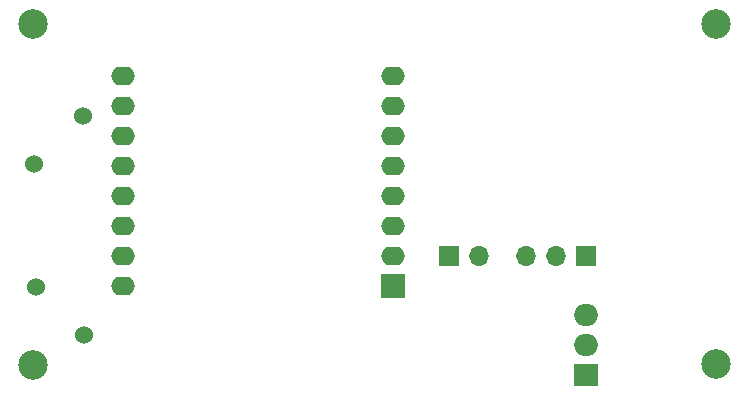
<source format=gbr>
%TF.GenerationSoftware,KiCad,Pcbnew,8.0.8*%
%TF.CreationDate,2026-01-01T17:30:43-08:00*%
%TF.ProjectId,navien,6e617669-656e-42e6-9b69-6361645f7063,rev?*%
%TF.SameCoordinates,Original*%
%TF.FileFunction,Soldermask,Bot*%
%TF.FilePolarity,Negative*%
%FSLAX46Y46*%
G04 Gerber Fmt 4.6, Leading zero omitted, Abs format (unit mm)*
G04 Created by KiCad (PCBNEW 8.0.8) date 2026-01-01 17:30:43*
%MOMM*%
%LPD*%
G01*
G04 APERTURE LIST*
%ADD10C,1.524000*%
%ADD11R,1.700000X1.700000*%
%ADD12O,1.700000X1.700000*%
%ADD13R,2.000000X2.000000*%
%ADD14O,2.000000X1.600000*%
%ADD15C,2.500000*%
%ADD16R,2.000000X1.905000*%
%ADD17O,2.000000X1.905000*%
G04 APERTURE END LIST*
D10*
%TO.C,D1*%
X3150000Y20981600D03*
X7250000Y25081600D03*
%TD*%
%TO.C,D5*%
X7350000Y6481600D03*
X3250000Y10581600D03*
%TD*%
D11*
%TO.C,J1*%
X49885600Y13208000D03*
D12*
X47345600Y13208000D03*
X44805600Y13208000D03*
%TD*%
D13*
%TO.C,U1*%
X33477200Y10651600D03*
D14*
X33477200Y13191600D03*
X33477200Y15731600D03*
X33477200Y18271600D03*
X33477200Y20811600D03*
X33477200Y23351600D03*
X33477200Y25891600D03*
X33477200Y28431600D03*
X10617200Y28431600D03*
X10617200Y25891600D03*
X10617200Y23351600D03*
X10617200Y20811600D03*
X10617200Y18271600D03*
X10617200Y15731600D03*
X10617200Y13191600D03*
X10617200Y10651600D03*
%TD*%
D15*
%TO.C,REF3*%
X60850000Y4031600D03*
%TD*%
%TO.C,REF1*%
X3003148Y32831600D03*
%TD*%
D11*
%TO.C,J2*%
X38300000Y13231600D03*
D12*
X40840000Y13231600D03*
%TD*%
D15*
%TO.C,REF4*%
X3003148Y3931600D03*
%TD*%
D16*
%TO.C,U3*%
X49885600Y3098800D03*
D17*
X49885600Y5638800D03*
X49885600Y8178800D03*
%TD*%
D15*
%TO.C,REF2*%
X60900000Y32831600D03*
%TD*%
M02*

</source>
